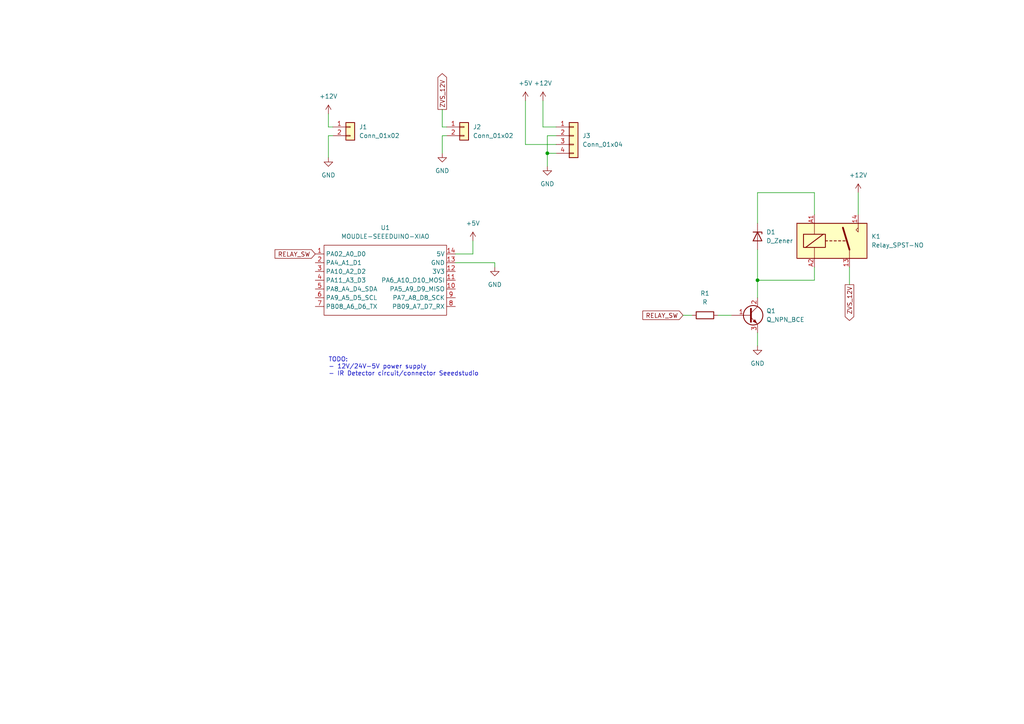
<source format=kicad_sch>
(kicad_sch (version 20230121) (generator eeschema)
  (paper "A4")
  (lib_symbols
    (symbol "Connector_Generic:Conn_01x02" (pin_names (offset 1.016) hide)
      (property "Reference" "J" (at 0 2.54 0))
      (property "Value" "Conn_01x02" (at 0 -5.08 0))
      (symbol "Conn_01x02_1_1"
        (rectangle (start -1.27 -2.413) (end 0 -2.667) (stroke (width 0.1524)))
        (rectangle (start -1.27 0.127) (end 0 -0.127) (stroke (width 0.1524)))
        (rectangle (start -1.27 1.27) (end 1.27 -3.81) (stroke (width 0.254)) (fill (type background)))
        (pin passive line (at -5.08 0 0) (length 3.81) (name "Pin_1") (number "1"))
        (pin passive line (at -5.08 -2.54 0) (length 3.81) (name "Pin_2") (number "2"))
      )
    )
    (symbol "Connector_Generic:Conn_01x04" (pin_names (offset 1.016) hide)
      (property "Reference" "J" (at 0 5.08 0))
      (property "Value" "Conn_01x04" (at 0 -7.62 0))
      (symbol "Conn_01x04_1_1"
        (rectangle (start -1.27 -4.953) (end 0 -5.207) (stroke (width 0.1524)))
        (rectangle (start -1.27 -2.413) (end 0 -2.667) (stroke (width 0.1524)))
        (rectangle (start -1.27 0.127) (end 0 -0.127) (stroke (width 0.1524)))
        (rectangle (start -1.27 2.667) (end 0 2.413) (stroke (width 0.1524)))
        (rectangle (start -1.27 3.81) (end 1.27 -6.35) (stroke (width 0.254)) (fill (type background)))
        (pin passive line (at -5.08 2.54 0) (length 3.81) (name "Pin_1") (number "1"))
        (pin passive line (at -5.08 0 0) (length 3.81) (name "Pin_2") (number "2"))
        (pin passive line (at -5.08 -2.54 0) (length 3.81) (name "Pin_3") (number "3"))
        (pin passive line (at -5.08 -5.08 0) (length 3.81) (name "Pin_4") (number "4"))
      )
    )
    (symbol "Device:D_Zener" (pin_numbers hide) (pin_names (offset 1.016) hide)
      (property "Reference" "D" (at 0 2.54 0))
      (property "Value" "D_Zener" (at 0 -2.54 0))
      (symbol "D_Zener_0_1"
        (polyline (pts (xy 1.27 0) (xy -1.27 0)))
        (polyline (pts (xy -1.27 -1.27) (xy -1.27 1.27) (xy -0.762 1.27)) (stroke (width 0.254)))
        (polyline (pts (xy 1.27 -1.27) (xy 1.27 1.27) (xy -1.27 0) (xy 1.27 -1.27)) (stroke (width 0.254)))
      )
      (symbol "D_Zener_1_1"
        (pin passive line (at -3.81 0 0) (length 2.54) (name "K") (number "1"))
        (pin passive line (at 3.81 0 180) (length 2.54) (name "A") (number "2"))
      )
    )
    (symbol "Device:Q_NPN_BCE" (pin_names (offset 0) hide)
      (property "Reference" "Q" (at 5.08 1.27 0))
      (property "Value" "Q_NPN_BCE" (at 5.08 -1.27 0))
      (symbol "Q_NPN_BCE_0_1"
        (polyline (pts (xy 0.635 0.635) (xy 2.54 2.54)))
        (polyline (pts (xy 0.635 -0.635) (xy 2.54 -2.54) (xy 2.54 -2.54)))
        (polyline (pts (xy 0.635 1.905) (xy 0.635 -1.905) (xy 0.635 -1.905)) (stroke (width 0.508)))
        (polyline (pts (xy 1.27 -1.778) (xy 1.778 -1.27) (xy 2.286 -2.286) (xy 1.27 -1.778) (xy 1.27 -1.778)) (fill (type outline)))
        (circle (center 1.27 0) (radius 2.8194) (stroke (width 0.254)))
      )
      (symbol "Q_NPN_BCE_1_1"
        (pin input line (at -5.08 0 0) (length 5.715) (name "B") (number "1"))
        (pin passive line (at 2.54 5.08 270) (length 2.54) (name "C") (number "2"))
        (pin passive line (at 2.54 -5.08 90) (length 2.54) (name "E") (number "3"))
      )
    )
    (symbol "Device:R" (pin_numbers hide) (pin_names (offset 0))
      (property "Reference" "R" (at 2.032 0 90))
      (property "Value" "R" (at 0 0 90))
      (symbol "R_0_1"
        (rectangle (start -1.016 -2.54) (end 1.016 2.54) (stroke (width 0.254)))
      )
      (symbol "R_1_1"
        (pin passive line (at 0 3.81 270) (length 1.27) (name "~") (number "1"))
        (pin passive line (at 0 -3.81 90) (length 1.27) (name "~") (number "2"))
      )
    )
    (symbol "Relay:Relay_SPST-NO"
      (property "Reference" "K" (at 11.43 3.81 0))
      (property "Value" "Relay_SPST-NO" (at 11.43 1.27 0))
      (symbol "Relay_SPST-NO_0_0"
        (polyline (pts (xy 7.62 5.08) (xy 7.62 2.54) (xy 6.985 3.175) (xy 7.62 3.81)))
      )
      (symbol "Relay_SPST-NO_0_1"
        (rectangle (start -10.16 5.08) (end 10.16 -5.08) (stroke (width 0.254)) (fill (type background)))
        (rectangle (start -8.255 1.905) (end -1.905 -1.905) (stroke (width 0.254)))
        (polyline (pts (xy -7.62 -1.905) (xy -2.54 1.905)) (stroke (width 0.254)))
        (polyline (pts (xy -5.08 -5.08) (xy -5.08 -1.905)))
        (polyline (pts (xy -5.08 5.08) (xy -5.08 1.905)))
        (polyline (pts (xy -1.905 0) (xy -1.27 0)) (stroke (width 0.254)))
        (polyline (pts (xy -0.635 0) (xy 0 0)) (stroke (width 0.254)))
        (polyline (pts (xy 0.635 0) (xy 1.27 0)) (stroke (width 0.254)))
        (polyline (pts (xy 1.905 0) (xy 2.54 0)) (stroke (width 0.254)))
        (polyline (pts (xy 3.175 0) (xy 3.81 0)) (stroke (width 0.254)))
        (polyline (pts (xy 5.08 -2.54) (xy 3.175 3.81)) (stroke (width 0.508)))
        (polyline (pts (xy 5.08 -2.54) (xy 5.08 -5.08)))
      )
      (symbol "Relay_SPST-NO_1_1"
        (pin passive line (at 5.08 -7.62 90) (length 2.54) (name "~") (number "13"))
        (pin passive line (at 7.62 7.62 270) (length 2.54) (name "~") (number "14"))
        (pin passive line (at -5.08 7.62 270) (length 2.54) (name "~") (number "A1"))
        (pin passive line (at -5.08 -7.62 90) (length 2.54) (name "~") (number "A2"))
      )
    )
    (symbol "power:+12V" (power) (pin_names (offset 0))
      (property "Value" "+12V" (at 0 3.556 0))
      (symbol "+12V_0_1"
        (polyline (pts (xy -0.762 1.27) (xy 0 2.54)))
        (polyline (pts (xy 0 0) (xy 0 2.54)))
        (polyline (pts (xy 0 2.54) (xy 0.762 1.27)))
      )
      (symbol "+12V_1_1"
        (pin power_in line (at 0 0 90) (length 0) hide (name "+12V") (number "1"))
      )
    )
    (symbol "power:+5V" (power) (pin_names (offset 0))
      (property "Value" "+5V" (at 0 3.556 0))
      (symbol "+5V_0_1"
        (polyline (pts (xy -0.762 1.27) (xy 0 2.54)))
        (polyline (pts (xy 0 0) (xy 0 2.54)))
        (polyline (pts (xy 0 2.54) (xy 0.762 1.27)))
      )
      (symbol "+5V_1_1"
        (pin power_in line (at 0 0 90) (length 0) hide (name "+5V") (number "1"))
      )
    )
    (symbol "power:GND" (power) (pin_names (offset 0))
      (property "Value" "GND" (at 0 -3.81 0))
      (symbol "GND_0_1"
        (polyline (pts (xy 0 0) (xy 0 -1.27) (xy 1.27 -1.27) (xy 0 -2.54) (xy -1.27 -1.27) (xy 0 -1.27)))
      )
      (symbol "GND_1_1"
        (pin power_in line (at 0 0 270) (length 0) hide (name "GND") (number "1"))
      )
    )
    (symbol "seeedstudio:MOUDLE-SEEEDUINO-XIAO"
      (property "Reference" "U" (at -16.51 11.43 0))
      (property "Value" "MOUDLE-SEEEDUINO-XIAO" (at -3.81 -11.43 0))
      (symbol "MOUDLE-SEEEDUINO-XIAO_0_1"
        (rectangle (start -16.51 10.16) (end 19.05 -10.16))
      )
      (symbol "MOUDLE-SEEEDUINO-XIAO_1_1"
        (pin passive line (at -19.05 7.62 0) (length 2.54) (name "PA02_A0_D0") (number "1"))
        (pin passive line (at 21.59 -2.54 180) (length 2.54) (name "PA5_A9_D9_MISO") (number "10"))
        (pin passive line (at 21.59 0 180) (length 2.54) (name "PA6_A10_D10_MOSI") (number "11"))
        (pin passive line (at 21.59 2.54 180) (length 2.54) (name "3V3") (number "12"))
        (pin passive line (at 21.59 5.08 180) (length 2.54) (name "GND") (number "13"))
        (pin passive line (at 21.59 7.62 180) (length 2.54) (name "5V") (number "14"))
        (pin passive line (at -19.05 5.08 0) (length 2.54) (name "PA4_A1_D1") (number "2"))
        (pin passive line (at -19.05 2.54 0) (length 2.54) (name "PA10_A2_D2") (number "3"))
        (pin passive line (at -19.05 0 0) (length 2.54) (name "PA11_A3_D3") (number "4"))
        (pin passive line (at -19.05 -2.54 0) (length 2.54) (name "PA8_A4_D4_SDA") (number "5"))
        (pin passive line (at -19.05 -5.08 0) (length 2.54) (name "PA9_A5_D5_SCL") (number "6"))
        (pin passive line (at -19.05 -7.62 0) (length 2.54) (name "PB08_A6_D6_TX") (number "7"))
        (pin passive line (at 21.59 -7.62 180) (length 2.54) (name "PB09_A7_D7_RX") (number "8"))
        (pin passive line (at 21.59 -5.08 180) (length 2.54) (name "PA7_A8_D8_SCK") (number "9"))
      )
    )
  )
  (junction (at 158.75 44.45))
  (junction (at 219.71 81.28))
  (wire (pts (xy 143.51 76.2) (xy 143.51 77.47)))
  (wire (pts (xy 158.75 44.45) (xy 161.29 44.45)))
  (wire (pts (xy 128.27 44.45) (xy 128.27 39.37)))
  (wire (pts (xy 236.22 77.47) (xy 236.22 81.28)))
  (wire (pts (xy 95.25 33.02) (xy 95.25 36.83)))
  (wire (pts (xy 219.71 100.33) (xy 219.71 96.52)))
  (wire (pts (xy 219.71 55.88) (xy 236.22 55.88)))
  (wire (pts (xy 219.71 81.28) (xy 219.71 86.36)))
  (wire (pts (xy 152.4 41.91) (xy 161.29 41.91)))
  (wire (pts (xy 158.75 48.26) (xy 158.75 44.45)))
  (wire (pts (xy 137.16 73.66) (xy 137.16 69.85)))
  (wire (pts (xy 157.48 29.21) (xy 157.48 36.83)))
  (wire (pts (xy 128.27 39.37) (xy 129.54 39.37)))
  (wire (pts (xy 129.54 36.83) (xy 128.27 36.83)))
  (wire (pts (xy 248.92 55.88) (xy 248.92 62.23)))
  (wire (pts (xy 95.25 39.37) (xy 95.25 45.72)))
  (wire (pts (xy 236.22 55.88) (xy 236.22 62.23)))
  (wire (pts (xy 132.08 73.66) (xy 137.16 73.66)))
  (wire (pts (xy 246.38 82.55) (xy 246.38 77.47)))
  (wire (pts (xy 95.25 39.37) (xy 96.52 39.37)))
  (wire (pts (xy 208.28 91.44) (xy 212.09 91.44)))
  (wire (pts (xy 236.22 81.28) (xy 219.71 81.28)))
  (wire (pts (xy 219.71 64.77) (xy 219.71 55.88)))
  (wire (pts (xy 158.75 44.45) (xy 158.75 39.37)))
  (wire (pts (xy 198.12 91.44) (xy 200.66 91.44)))
  (wire (pts (xy 128.27 31.75) (xy 128.27 36.83)))
  (wire (pts (xy 157.48 36.83) (xy 161.29 36.83)))
  (wire (pts (xy 152.4 29.21) (xy 152.4 41.91)))
  (wire (pts (xy 219.71 81.28) (xy 219.71 72.39)))
  (wire (pts (xy 96.52 36.83) (xy 95.25 36.83)))
  (wire (pts (xy 158.75 39.37) (xy 161.29 39.37)))
  (wire (pts (xy 132.08 76.2) (xy 143.51 76.2)))
  (text "TODO:\n- 12V/24V-5V power supply\n- IR Detector circuit/connector Seeedstudio" (at 95.25 109.22 0) (effects (font (size 1.27 1.27)) (justify left bottom)))
  (global_label "ZVS_12V" (shape output) (at 128.27 31.75 90) (property "Intersheetrefs" "${INTERSHEET_REFS}" (effects hide)))
  (global_label "RELAY_SW" (shape input) (at 198.12 91.44 180) (property "Intersheetrefs" "${INTERSHEET_REFS}" (effects hide)))
  (global_label "ZVS_12V" (shape output) (at 246.38 82.55 270) (property "Intersheetrefs" "${INTERSHEET_REFS}" (effects hide)))
  (global_label "RELAY_SW" (shape input) (at 91.44 73.66 180) (property "Intersheetrefs" "${INTERSHEET_REFS}" (effects hide)))
  (symbol (lib_id "power:GND") (at 219.71 100.33 0) (unit 1)
    (property "Reference" "#PWR04" (effects hide))
    (property "Value" "GND" (at 219.71 105.41 0))
  )
  (symbol (lib_id "power:GND") (at 143.51 77.47 0) (unit 1)
    (property "Reference" "#PWR010" (effects hide))
    (property "Value" "GND" (at 143.51 82.55 0))
  )
  (symbol (lib_id "Connector_Generic:Conn_01x02") (at 134.62 36.83 0) (unit 1)
    (property "Reference" "J2" (at 137.16 36.83 0) (effects (justify left)))
    (property "Value" "Conn_01x02" (at 137.16 39.37 0) (effects (justify left)))
  )
  (symbol (lib_id "power:+12V") (at 248.92 55.88 0) (unit 1)
    (property "Reference" "#PWR05" (effects hide))
    (property "Value" "+12V" (at 248.92 50.8 0))
  )
  (symbol (lib_id "seeedstudio:MOUDLE-SEEEDUINO-XIAO") (at 110.49 81.28 0) (unit 1)
    (property "Reference" "U1" (at 111.76 66.04 0))
    (property "Value" "MOUDLE-SEEEDUINO-XIAO" (at 111.76 68.58 0))
  )
  (symbol (lib_id "Connector_Generic:Conn_01x04") (at 166.37 39.37 0) (unit 1)
    (property "Reference" "J3" (at 168.91 39.37 0) (effects (justify left)))
    (property "Value" "Conn_01x04" (at 168.91 41.91 0) (effects (justify left)))
  )
  (symbol (lib_id "power:+12V") (at 157.48 29.21 0) (mirror y) (unit 1)
    (property "Reference" "#PWR06" (effects hide))
    (property "Value" "+12V" (at 157.48 24.13 0))
  )
  (symbol (lib_id "power:+5V") (at 137.16 69.85 0) (unit 1)
    (property "Reference" "#PWR09" (effects hide))
    (property "Value" "+5V" (at 137.16 64.77 0))
  )
  (symbol (lib_id "Connector_Generic:Conn_01x02") (at 101.6 36.83 0) (unit 1)
    (property "Reference" "J1" (at 104.14 36.83 0) (effects (justify left)))
    (property "Value" "Conn_01x02" (at 104.14 39.37 0) (effects (justify left)))
  )
  (symbol (lib_id "Device:Q_NPN_BCE") (at 217.17 91.44 0) (unit 1)
    (property "Reference" "Q1" (at 222.25 90.17 0) (effects (justify left)))
    (property "Value" "Q_NPN_BCE" (at 222.25 92.71 0) (effects (justify left)))
  )
  (symbol (lib_id "Device:D_Zener") (at 219.71 68.58 270) (unit 1)
    (property "Reference" "D1" (at 222.25 67.31 90) (effects (justify left)))
    (property "Value" "D_Zener" (at 222.25 69.85 90) (effects (justify left)))
  )
  (symbol (lib_id "power:+5V") (at 152.4 29.21 0) (unit 1)
    (property "Reference" "#PWR08" (effects hide))
    (property "Value" "+5V" (at 152.4 24.13 0))
  )
  (symbol (lib_id "Relay:Relay_SPST-NO") (at 241.3 69.85 0) (unit 1)
    (property "Reference" "K1" (at 252.73 68.58 0) (effects (justify left)))
    (property "Value" "Relay_SPST-NO" (at 252.73 71.12 0) (effects (justify left)))
  )
  (symbol (lib_id "power:GND") (at 95.25 45.72 0) (unit 1)
    (property "Reference" "#PWR01" (effects hide))
    (property "Value" "GND" (at 95.25 50.8 0))
  )
  (symbol (lib_id "Device:R") (at 204.47 91.44 90) (unit 1)
    (property "Reference" "R1" (at 204.47 85.09 90))
    (property "Value" "R" (at 204.47 87.63 90))
  )
  (symbol (lib_id "power:GND") (at 128.27 44.45 0) (unit 1)
    (property "Reference" "#PWR02" (effects hide))
    (property "Value" "GND" (at 128.27 49.53 0))
  )
  (symbol (lib_id "power:GND") (at 158.75 48.26 0) (unit 1)
    (property "Reference" "#PWR07" (effects hide))
    (property "Value" "GND" (at 158.75 53.34 0))
  )
  (symbol (lib_id "power:+12V") (at 95.25 33.02 0) (mirror y) (unit 1)
    (property "Reference" "#PWR03" (effects hide))
    (property "Value" "+12V" (at 95.25 27.94 0))
  )
)
</source>
